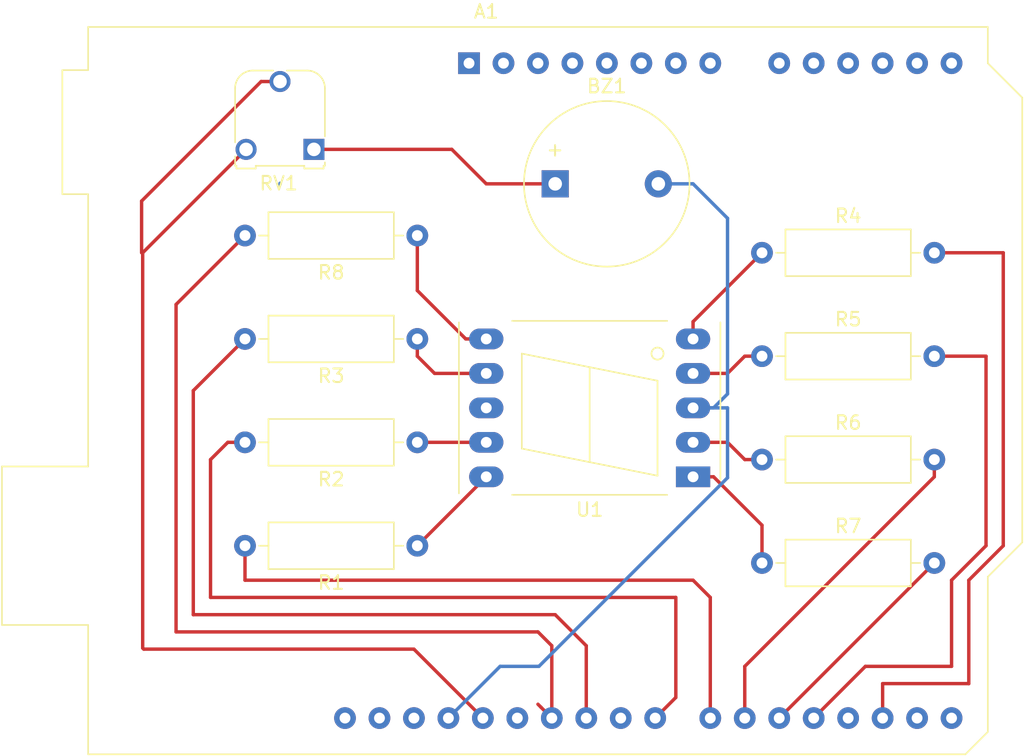
<source format=kicad_pcb>
(kicad_pcb (version 20171130) (host pcbnew "(5.1.5)-3")

  (general
    (thickness 1.6)
    (drawings 0)
    (tracks 79)
    (zones 0)
    (modules 12)
    (nets 43)
  )

  (page A4)
  (title_block
    (date "lun. 30 mars 2015")
  )

  (layers
    (0 F.Cu signal)
    (31 B.Cu signal)
    (32 B.Adhes user)
    (33 F.Adhes user)
    (34 B.Paste user)
    (35 F.Paste user)
    (36 B.SilkS user)
    (37 F.SilkS user)
    (38 B.Mask user)
    (39 F.Mask user)
    (40 Dwgs.User user)
    (41 Cmts.User user)
    (42 Eco1.User user)
    (43 Eco2.User user)
    (44 Edge.Cuts user)
    (45 Margin user)
    (46 B.CrtYd user)
    (47 F.CrtYd user)
    (48 B.Fab user)
    (49 F.Fab user)
  )

  (setup
    (last_trace_width 0.25)
    (trace_clearance 0.2)
    (zone_clearance 0.508)
    (zone_45_only no)
    (trace_min 0.2)
    (via_size 0.6)
    (via_drill 0.4)
    (via_min_size 0.4)
    (via_min_drill 0.3)
    (uvia_size 0.3)
    (uvia_drill 0.1)
    (uvias_allowed no)
    (uvia_min_size 0.2)
    (uvia_min_drill 0.1)
    (edge_width 0.15)
    (segment_width 0.15)
    (pcb_text_width 0.3)
    (pcb_text_size 1.5 1.5)
    (mod_edge_width 0.15)
    (mod_text_size 1 1)
    (mod_text_width 0.15)
    (pad_size 4.064 4.064)
    (pad_drill 3.048)
    (pad_to_mask_clearance 0)
    (aux_axis_origin 110.998 126.365)
    (grid_origin 110.998 126.365)
    (visible_elements 7FFFFFFF)
    (pcbplotparams
      (layerselection 0x00030_80000001)
      (usegerberextensions false)
      (usegerberattributes false)
      (usegerberadvancedattributes false)
      (creategerberjobfile false)
      (excludeedgelayer true)
      (linewidth 0.100000)
      (plotframeref false)
      (viasonmask false)
      (mode 1)
      (useauxorigin false)
      (hpglpennumber 1)
      (hpglpenspeed 20)
      (hpglpendiameter 15.000000)
      (psnegative false)
      (psa4output false)
      (plotreference true)
      (plotvalue true)
      (plotinvisibletext false)
      (padsonsilk false)
      (subtractmaskfromsilk false)
      (outputformat 1)
      (mirror false)
      (drillshape 1)
      (scaleselection 1)
      (outputdirectory ""))
  )

  (net 0 "")
  (net 1 GND)
  (net 2 "Net-(A1-Pad16)")
  (net 3 "Net-(A1-Pad15)")
  (net 4 "Net-(A1-Pad30)")
  (net 5 "Net-(A1-Pad14)")
  (net 6 "Net-(A1-Pad13)")
  (net 7 "Net-(A1-Pad28)")
  (net 8 "Net-(A1-Pad12)")
  (net 9 "Net-(A1-Pad27)")
  (net 10 "Net-(A1-Pad11)")
  (net 11 "Net-(A1-Pad26)")
  (net 12 "Net-(A1-Pad10)")
  (net 13 "Net-(A1-Pad25)")
  (net 14 "Net-(A1-Pad9)")
  (net 15 "Net-(A1-Pad24)")
  (net 16 "Net-(A1-Pad8)")
  (net 17 "Net-(A1-Pad23)")
  (net 18 "Net-(A1-Pad7)")
  (net 19 "Net-(A1-Pad22)")
  (net 20 "Net-(A1-Pad6)")
  (net 21 "Net-(A1-Pad21)")
  (net 22 "Net-(A1-Pad5)")
  (net 23 "Net-(A1-Pad20)")
  (net 24 "Net-(A1-Pad4)")
  (net 25 "Net-(A1-Pad19)")
  (net 26 "Net-(A1-Pad3)")
  (net 27 "Net-(A1-Pad18)")
  (net 28 "Net-(A1-Pad2)")
  (net 29 "Net-(A1-Pad17)")
  (net 30 "Net-(A1-Pad1)")
  (net 31 "Net-(A1-Pad31)")
  (net 32 "Net-(A1-Pad32)")
  (net 33 "Net-(BZ1-Pad1)")
  (net 34 "Net-(R1-Pad1)")
  (net 35 "Net-(R2-Pad1)")
  (net 36 "Net-(R3-Pad1)")
  (net 37 "Net-(R4-Pad1)")
  (net 38 "Net-(R5-Pad1)")
  (net 39 "Net-(R6-Pad1)")
  (net 40 "Net-(R7-Pad1)")
  (net 41 "Net-(R8-Pad1)")
  (net 42 "Net-(U1-Pad8)")

  (net_class Default "This is the default net class."
    (clearance 0.2)
    (trace_width 0.25)
    (via_dia 0.6)
    (via_drill 0.4)
    (uvia_dia 0.3)
    (uvia_drill 0.1)
    (add_net GND)
    (add_net "Net-(A1-Pad1)")
    (add_net "Net-(A1-Pad10)")
    (add_net "Net-(A1-Pad11)")
    (add_net "Net-(A1-Pad12)")
    (add_net "Net-(A1-Pad13)")
    (add_net "Net-(A1-Pad14)")
    (add_net "Net-(A1-Pad15)")
    (add_net "Net-(A1-Pad16)")
    (add_net "Net-(A1-Pad17)")
    (add_net "Net-(A1-Pad18)")
    (add_net "Net-(A1-Pad19)")
    (add_net "Net-(A1-Pad2)")
    (add_net "Net-(A1-Pad20)")
    (add_net "Net-(A1-Pad21)")
    (add_net "Net-(A1-Pad22)")
    (add_net "Net-(A1-Pad23)")
    (add_net "Net-(A1-Pad24)")
    (add_net "Net-(A1-Pad25)")
    (add_net "Net-(A1-Pad26)")
    (add_net "Net-(A1-Pad27)")
    (add_net "Net-(A1-Pad28)")
    (add_net "Net-(A1-Pad3)")
    (add_net "Net-(A1-Pad30)")
    (add_net "Net-(A1-Pad31)")
    (add_net "Net-(A1-Pad32)")
    (add_net "Net-(A1-Pad4)")
    (add_net "Net-(A1-Pad5)")
    (add_net "Net-(A1-Pad6)")
    (add_net "Net-(A1-Pad7)")
    (add_net "Net-(A1-Pad8)")
    (add_net "Net-(A1-Pad9)")
    (add_net "Net-(BZ1-Pad1)")
    (add_net "Net-(R1-Pad1)")
    (add_net "Net-(R2-Pad1)")
    (add_net "Net-(R3-Pad1)")
    (add_net "Net-(R4-Pad1)")
    (add_net "Net-(R5-Pad1)")
    (add_net "Net-(R6-Pad1)")
    (add_net "Net-(R7-Pad1)")
    (add_net "Net-(R8-Pad1)")
    (add_net "Net-(U1-Pad8)")
  )

  (module Module:Arduino_UNO_R3 (layer F.Cu) (tedit 58AB60FC) (tstamp 5ED97619)
    (at 138.938 75.565)
    (descr "Arduino UNO R3, http://www.mouser.com/pdfdocs/Gravitech_Arduino_Nano3_0.pdf")
    (tags "Arduino UNO R3")
    (path /5E8A2A98)
    (fp_text reference A1 (at 1.27 -3.81 180) (layer F.SilkS)
      (effects (font (size 1 1) (thickness 0.15)))
    )
    (fp_text value Arduino_UNO_R3 (at 0 22.86) (layer F.Fab)
      (effects (font (size 1 1) (thickness 0.15)))
    )
    (fp_line (start -27.94 -2.54) (end 38.1 -2.54) (layer F.Fab) (width 0.1))
    (fp_line (start -27.94 50.8) (end -27.94 -2.54) (layer F.Fab) (width 0.1))
    (fp_line (start 36.58 50.8) (end -27.94 50.8) (layer F.Fab) (width 0.1))
    (fp_line (start 38.1 49.28) (end 36.58 50.8) (layer F.Fab) (width 0.1))
    (fp_line (start 38.1 0) (end 40.64 2.54) (layer F.Fab) (width 0.1))
    (fp_line (start 38.1 -2.54) (end 38.1 0) (layer F.Fab) (width 0.1))
    (fp_line (start 40.64 35.31) (end 38.1 37.85) (layer F.Fab) (width 0.1))
    (fp_line (start 40.64 2.54) (end 40.64 35.31) (layer F.Fab) (width 0.1))
    (fp_line (start 38.1 37.85) (end 38.1 49.28) (layer F.Fab) (width 0.1))
    (fp_line (start -29.84 9.53) (end -29.84 0.64) (layer F.Fab) (width 0.1))
    (fp_line (start -16.51 9.53) (end -29.84 9.53) (layer F.Fab) (width 0.1))
    (fp_line (start -16.51 0.64) (end -16.51 9.53) (layer F.Fab) (width 0.1))
    (fp_line (start -29.84 0.64) (end -16.51 0.64) (layer F.Fab) (width 0.1))
    (fp_line (start -34.29 41.27) (end -34.29 29.84) (layer F.Fab) (width 0.1))
    (fp_line (start -18.41 41.27) (end -34.29 41.27) (layer F.Fab) (width 0.1))
    (fp_line (start -18.41 29.84) (end -18.41 41.27) (layer F.Fab) (width 0.1))
    (fp_line (start -34.29 29.84) (end -18.41 29.84) (layer F.Fab) (width 0.1))
    (fp_line (start 38.23 37.85) (end 40.77 35.31) (layer F.SilkS) (width 0.12))
    (fp_line (start 38.23 49.28) (end 38.23 37.85) (layer F.SilkS) (width 0.12))
    (fp_line (start 36.58 50.93) (end 38.23 49.28) (layer F.SilkS) (width 0.12))
    (fp_line (start -28.07 50.93) (end 36.58 50.93) (layer F.SilkS) (width 0.12))
    (fp_line (start -28.07 41.4) (end -28.07 50.93) (layer F.SilkS) (width 0.12))
    (fp_line (start -34.42 41.4) (end -28.07 41.4) (layer F.SilkS) (width 0.12))
    (fp_line (start -34.42 29.72) (end -34.42 41.4) (layer F.SilkS) (width 0.12))
    (fp_line (start -28.07 29.72) (end -34.42 29.72) (layer F.SilkS) (width 0.12))
    (fp_line (start -28.07 9.65) (end -28.07 29.72) (layer F.SilkS) (width 0.12))
    (fp_line (start -29.97 9.65) (end -28.07 9.65) (layer F.SilkS) (width 0.12))
    (fp_line (start -29.97 0.51) (end -29.97 9.65) (layer F.SilkS) (width 0.12))
    (fp_line (start -28.07 0.51) (end -29.97 0.51) (layer F.SilkS) (width 0.12))
    (fp_line (start -28.07 -2.67) (end -28.07 0.51) (layer F.SilkS) (width 0.12))
    (fp_line (start 38.23 -2.67) (end -28.07 -2.67) (layer F.SilkS) (width 0.12))
    (fp_line (start 38.23 0) (end 38.23 -2.67) (layer F.SilkS) (width 0.12))
    (fp_line (start 40.77 2.54) (end 38.23 0) (layer F.SilkS) (width 0.12))
    (fp_line (start 40.77 35.31) (end 40.77 2.54) (layer F.SilkS) (width 0.12))
    (fp_line (start -28.19 -2.79) (end 38.35 -2.79) (layer F.CrtYd) (width 0.05))
    (fp_line (start -28.19 0.38) (end -28.19 -2.79) (layer F.CrtYd) (width 0.05))
    (fp_line (start -30.1 0.38) (end -28.19 0.38) (layer F.CrtYd) (width 0.05))
    (fp_line (start -30.1 9.78) (end -30.1 0.38) (layer F.CrtYd) (width 0.05))
    (fp_line (start -28.19 9.78) (end -30.1 9.78) (layer F.CrtYd) (width 0.05))
    (fp_line (start -28.19 29.59) (end -28.19 9.78) (layer F.CrtYd) (width 0.05))
    (fp_line (start -34.54 29.59) (end -28.19 29.59) (layer F.CrtYd) (width 0.05))
    (fp_line (start -34.54 41.53) (end -34.54 29.59) (layer F.CrtYd) (width 0.05))
    (fp_line (start -28.19 41.53) (end -34.54 41.53) (layer F.CrtYd) (width 0.05))
    (fp_line (start -28.19 51.05) (end -28.19 41.53) (layer F.CrtYd) (width 0.05))
    (fp_line (start 36.58 51.05) (end -28.19 51.05) (layer F.CrtYd) (width 0.05))
    (fp_line (start 38.35 49.28) (end 36.58 51.05) (layer F.CrtYd) (width 0.05))
    (fp_line (start 38.35 37.85) (end 38.35 49.28) (layer F.CrtYd) (width 0.05))
    (fp_line (start 40.89 35.31) (end 38.35 37.85) (layer F.CrtYd) (width 0.05))
    (fp_line (start 40.89 2.54) (end 40.89 35.31) (layer F.CrtYd) (width 0.05))
    (fp_line (start 38.35 0) (end 40.89 2.54) (layer F.CrtYd) (width 0.05))
    (fp_line (start 38.35 -2.79) (end 38.35 0) (layer F.CrtYd) (width 0.05))
    (fp_text user %R (at 0 20.32 180) (layer F.Fab)
      (effects (font (size 1 1) (thickness 0.15)))
    )
    (pad 16 thru_hole oval (at 33.02 48.26 90) (size 1.6 1.6) (drill 0.8) (layers *.Cu *.Mask)
      (net 2 "Net-(A1-Pad16)"))
    (pad 15 thru_hole oval (at 35.56 48.26 90) (size 1.6 1.6) (drill 0.8) (layers *.Cu *.Mask)
      (net 3 "Net-(A1-Pad15)"))
    (pad 30 thru_hole oval (at -4.06 48.26 90) (size 1.6 1.6) (drill 0.8) (layers *.Cu *.Mask)
      (net 4 "Net-(A1-Pad30)"))
    (pad 14 thru_hole oval (at 35.56 0 90) (size 1.6 1.6) (drill 0.8) (layers *.Cu *.Mask)
      (net 5 "Net-(A1-Pad14)"))
    (pad 29 thru_hole oval (at -1.52 48.26 90) (size 1.6 1.6) (drill 0.8) (layers *.Cu *.Mask)
      (net 1 GND))
    (pad 13 thru_hole oval (at 33.02 0 90) (size 1.6 1.6) (drill 0.8) (layers *.Cu *.Mask)
      (net 6 "Net-(A1-Pad13)"))
    (pad 28 thru_hole oval (at 1.02 48.26 90) (size 1.6 1.6) (drill 0.8) (layers *.Cu *.Mask)
      (net 7 "Net-(A1-Pad28)"))
    (pad 12 thru_hole oval (at 30.48 0 90) (size 1.6 1.6) (drill 0.8) (layers *.Cu *.Mask)
      (net 8 "Net-(A1-Pad12)"))
    (pad 27 thru_hole oval (at 3.56 48.26 90) (size 1.6 1.6) (drill 0.8) (layers *.Cu *.Mask)
      (net 9 "Net-(A1-Pad27)"))
    (pad 11 thru_hole oval (at 27.94 0 90) (size 1.6 1.6) (drill 0.8) (layers *.Cu *.Mask)
      (net 10 "Net-(A1-Pad11)"))
    (pad 26 thru_hole oval (at 6.1 48.26 90) (size 1.6 1.6) (drill 0.8) (layers *.Cu *.Mask)
      (net 11 "Net-(A1-Pad26)"))
    (pad 10 thru_hole oval (at 25.4 0 90) (size 1.6 1.6) (drill 0.8) (layers *.Cu *.Mask)
      (net 12 "Net-(A1-Pad10)"))
    (pad 25 thru_hole oval (at 8.64 48.26 90) (size 1.6 1.6) (drill 0.8) (layers *.Cu *.Mask)
      (net 13 "Net-(A1-Pad25)"))
    (pad 9 thru_hole oval (at 22.86 0 90) (size 1.6 1.6) (drill 0.8) (layers *.Cu *.Mask)
      (net 14 "Net-(A1-Pad9)"))
    (pad 24 thru_hole oval (at 11.18 48.26 90) (size 1.6 1.6) (drill 0.8) (layers *.Cu *.Mask)
      (net 15 "Net-(A1-Pad24)"))
    (pad 8 thru_hole oval (at 17.78 0 90) (size 1.6 1.6) (drill 0.8) (layers *.Cu *.Mask)
      (net 16 "Net-(A1-Pad8)"))
    (pad 23 thru_hole oval (at 13.72 48.26 90) (size 1.6 1.6) (drill 0.8) (layers *.Cu *.Mask)
      (net 17 "Net-(A1-Pad23)"))
    (pad 7 thru_hole oval (at 15.24 0 90) (size 1.6 1.6) (drill 0.8) (layers *.Cu *.Mask)
      (net 18 "Net-(A1-Pad7)"))
    (pad 22 thru_hole oval (at 17.78 48.26 90) (size 1.6 1.6) (drill 0.8) (layers *.Cu *.Mask)
      (net 19 "Net-(A1-Pad22)"))
    (pad 6 thru_hole oval (at 12.7 0 90) (size 1.6 1.6) (drill 0.8) (layers *.Cu *.Mask)
      (net 20 "Net-(A1-Pad6)"))
    (pad 21 thru_hole oval (at 20.32 48.26 90) (size 1.6 1.6) (drill 0.8) (layers *.Cu *.Mask)
      (net 21 "Net-(A1-Pad21)"))
    (pad 5 thru_hole oval (at 10.16 0 90) (size 1.6 1.6) (drill 0.8) (layers *.Cu *.Mask)
      (net 22 "Net-(A1-Pad5)"))
    (pad 20 thru_hole oval (at 22.86 48.26 90) (size 1.6 1.6) (drill 0.8) (layers *.Cu *.Mask)
      (net 23 "Net-(A1-Pad20)"))
    (pad 4 thru_hole oval (at 7.62 0 90) (size 1.6 1.6) (drill 0.8) (layers *.Cu *.Mask)
      (net 24 "Net-(A1-Pad4)"))
    (pad 19 thru_hole oval (at 25.4 48.26 90) (size 1.6 1.6) (drill 0.8) (layers *.Cu *.Mask)
      (net 25 "Net-(A1-Pad19)"))
    (pad 3 thru_hole oval (at 5.08 0 90) (size 1.6 1.6) (drill 0.8) (layers *.Cu *.Mask)
      (net 26 "Net-(A1-Pad3)"))
    (pad 18 thru_hole oval (at 27.94 48.26 90) (size 1.6 1.6) (drill 0.8) (layers *.Cu *.Mask)
      (net 27 "Net-(A1-Pad18)"))
    (pad 2 thru_hole oval (at 2.54 0 90) (size 1.6 1.6) (drill 0.8) (layers *.Cu *.Mask)
      (net 28 "Net-(A1-Pad2)"))
    (pad 17 thru_hole oval (at 30.48 48.26 90) (size 1.6 1.6) (drill 0.8) (layers *.Cu *.Mask)
      (net 29 "Net-(A1-Pad17)"))
    (pad 1 thru_hole rect (at 0 0 90) (size 1.6 1.6) (drill 0.8) (layers *.Cu *.Mask)
      (net 30 "Net-(A1-Pad1)"))
    (pad 31 thru_hole oval (at -6.6 48.26 90) (size 1.6 1.6) (drill 0.8) (layers *.Cu *.Mask)
      (net 31 "Net-(A1-Pad31)"))
    (pad 32 thru_hole oval (at -9.14 48.26 90) (size 1.6 1.6) (drill 0.8) (layers *.Cu *.Mask)
      (net 32 "Net-(A1-Pad32)"))
    (model ${KISYS3DMOD}/Module.3dshapes/Arduino_UNO_R3.wrl
      (at (xyz 0 0 0))
      (scale (xyz 1 1 1))
      (rotate (xyz 0 0 0))
    )
  )

  (module Buzzer_Beeper:Buzzer_12x9.5RM7.6 (layer F.Cu) (tedit 5A030281) (tstamp 5EDBEFFA)
    (at 145.288 84.455)
    (descr "Generic Buzzer, D12mm height 9.5mm with RM7.6mm")
    (tags buzzer)
    (path /5E8A2230)
    (fp_text reference BZ1 (at 3.8 -7.2) (layer F.SilkS)
      (effects (font (size 1 1) (thickness 0.15)))
    )
    (fp_text value Buzzer (at 3.8 7.4) (layer F.Fab)
      (effects (font (size 1 1) (thickness 0.15)))
    )
    (fp_circle (center 3.8 0) (end 9.9 0) (layer F.SilkS) (width 0.12))
    (fp_circle (center 3.8 0) (end 4.8 0) (layer F.Fab) (width 0.1))
    (fp_circle (center 3.8 0) (end 9.8 0) (layer F.Fab) (width 0.1))
    (fp_circle (center 3.8 0) (end 10.05 0) (layer F.CrtYd) (width 0.05))
    (fp_text user %R (at 3.8 -4) (layer F.Fab)
      (effects (font (size 1 1) (thickness 0.15)))
    )
    (fp_text user + (at -0.01 -2.54) (layer F.SilkS)
      (effects (font (size 1 1) (thickness 0.15)))
    )
    (fp_text user + (at -0.01 -2.54) (layer F.Fab)
      (effects (font (size 1 1) (thickness 0.15)))
    )
    (pad 2 thru_hole circle (at 7.6 0) (size 2 2) (drill 1) (layers *.Cu *.Mask)
      (net 1 GND))
    (pad 1 thru_hole rect (at 0 0) (size 2 2) (drill 1) (layers *.Cu *.Mask)
      (net 33 "Net-(BZ1-Pad1)"))
    (model ${KISYS3DMOD}/Buzzer_Beeper.3dshapes/Buzzer_12x9.5RM7.6.wrl
      (at (xyz 0 0 0))
      (scale (xyz 1 1 1))
      (rotate (xyz 0 0 0))
    )
  )

  (module Display_7Segment:7SegmentLED_LTS6760_LTS6780 (layer F.Cu) (tedit 5D86971C) (tstamp 5EDBF1B8)
    (at 155.448 106.045 180)
    (descr "7-Segment Display, LTS67x0, http://optoelectronics.liteon.com/upload/download/DS30-2001-355/S6760jd.pdf")
    (tags "7Segment LED LTS6760 LTS6780")
    (path /5E8A0889)
    (fp_text reference U1 (at 7.62 -2.42) (layer F.SilkS)
      (effects (font (size 1 1) (thickness 0.15)))
    )
    (fp_text value SC39-11SRWA (at 7.62 12.58) (layer F.Fab)
      (effects (font (size 1 1) (thickness 0.15)))
    )
    (fp_line (start 1.905 -1.33) (end 13.335 -1.33) (layer F.SilkS) (width 0.12))
    (fp_line (start 1.905 11.49) (end 13.335 11.49) (layer F.SilkS) (width 0.12))
    (fp_line (start -2.015 -0.22) (end -2.015 11.38) (layer F.SilkS) (width 0.12))
    (fp_line (start 17.255 11.38) (end 17.255 -1.22) (layer F.SilkS) (width 0.12))
    (fp_line (start -2.16 -1.47) (end -2.16 11.63) (layer F.CrtYd) (width 0.05))
    (fp_line (start 17.4 -1.47) (end 17.4 11.63) (layer F.CrtYd) (width 0.05))
    (fp_line (start -2.16 -1.47) (end 17.4 -1.47) (layer F.CrtYd) (width 0.05))
    (fp_line (start -2.16 11.63) (end 17.4 11.63) (layer F.CrtYd) (width 0.05))
    (fp_line (start -0.905 -1.22) (end -1.905 -0.22) (layer F.Fab) (width 0.1))
    (fp_line (start 17.145 11.38) (end 17.145 -1.22) (layer F.Fab) (width 0.1))
    (fp_line (start -1.905 -0.22) (end -1.905 11.38) (layer F.Fab) (width 0.1))
    (fp_line (start -1.905 11.38) (end 17.145 11.38) (layer F.Fab) (width 0.1))
    (fp_text user %R (at 7.87 5.08) (layer F.Fab)
      (effects (font (size 1 1) (thickness 0.15)))
    )
    (fp_line (start 12.62 2.08) (end 7.62 1.08) (layer F.SilkS) (width 0.12))
    (fp_line (start 7.62 1.08) (end 2.62 0.08) (layer F.SilkS) (width 0.12))
    (fp_line (start 2.62 0.08) (end 2.62 7.08) (layer F.SilkS) (width 0.12))
    (fp_line (start 2.62 7.08) (end 7.62 8.08) (layer F.SilkS) (width 0.12))
    (fp_line (start 12.62 9.08) (end 7.62 8.08) (layer F.SilkS) (width 0.12))
    (fp_line (start 7.62 8.08) (end 7.62 1.08) (layer F.SilkS) (width 0.12))
    (fp_line (start 12.62 2.08) (end 12.62 9.08) (layer F.SilkS) (width 0.12))
    (fp_circle (center 2.62 9.08) (end 3.067214 9.08) (layer F.SilkS) (width 0.12))
    (fp_line (start -0.905 -1.22) (end 17.145 -1.22) (layer F.Fab) (width 0.1))
    (pad 1 thru_hole rect (at 0 0 90) (size 1.524 2.524) (drill 0.8) (layers *.Cu *.Mask)
      (net 40 "Net-(R7-Pad1)"))
    (pad 2 thru_hole oval (at 0 2.54 90) (size 1.524 2.524) (drill 0.8) (layers *.Cu *.Mask)
      (net 39 "Net-(R6-Pad1)"))
    (pad 3 thru_hole oval (at 0 5.08 90) (size 1.524 2.524) (drill 0.8) (layers *.Cu *.Mask)
      (net 1 GND))
    (pad 4 thru_hole oval (at 0 7.62 90) (size 1.524 2.524) (drill 0.8) (layers *.Cu *.Mask)
      (net 38 "Net-(R5-Pad1)"))
    (pad 5 thru_hole oval (at 0 10.16 90) (size 1.524 2.524) (drill 0.8) (layers *.Cu *.Mask)
      (net 37 "Net-(R4-Pad1)"))
    (pad 6 thru_hole oval (at 15.24 10.16 90) (size 1.524 2.524) (drill 0.8) (layers *.Cu *.Mask)
      (net 41 "Net-(R8-Pad1)"))
    (pad 7 thru_hole oval (at 15.24 7.62 90) (size 1.524 2.524) (drill 0.8) (layers *.Cu *.Mask)
      (net 36 "Net-(R3-Pad1)"))
    (pad 8 thru_hole oval (at 15.24 5.08 90) (size 1.524 2.524) (drill 0.8) (layers *.Cu *.Mask)
      (net 42 "Net-(U1-Pad8)"))
    (pad 9 thru_hole oval (at 15.24 2.54 90) (size 1.524 2.524) (drill 0.8) (layers *.Cu *.Mask)
      (net 35 "Net-(R2-Pad1)"))
    (pad 10 thru_hole oval (at 15.24 0 90) (size 1.524 2.524) (drill 0.8) (layers *.Cu *.Mask)
      (net 34 "Net-(R1-Pad1)"))
    (model ${KISYS3DMOD}/Display_7Segment.3dshapes/7SegmentLED_LTS6760_LTS6780.wrl
      (at (xyz 0 0 0))
      (scale (xyz 1 1 1))
      (rotate (xyz 0 0 0))
    )
  )

  (module Potentiometer_THT:Potentiometer_Runtron_RM-065_Vertical (layer F.Cu) (tedit 5BF6754C) (tstamp 5EDBEA70)
    (at 127.508 81.915 180)
    (descr "Potentiometer, vertical, Trimmer, RM-065 http://www.runtron.com/down/PDF%20Datasheet/Carbon%20Film%20Potentiometer/RM065%20RM063.pdf")
    (tags "Potentiometer Trimmer RM-065")
    (path /5E8A2359)
    (fp_text reference RV1 (at 2.6 -2.5) (layer F.SilkS)
      (effects (font (size 1 1) (thickness 0.15)))
    )
    (fp_text value R_POT_TRIM (at 2.6 7.4) (layer F.Fab)
      (effects (font (size 1 1) (thickness 0.15)))
    )
    (fp_line (start -0.71 -1.41) (end 0.71 -1.41) (layer F.SilkS) (width 0.12))
    (fp_line (start 0.71 -1.21) (end 4.29 -1.21) (layer F.SilkS) (width 0.12))
    (fp_line (start 4.29 -1.21) (end 4.29 -1.41) (layer F.SilkS) (width 0.12))
    (fp_line (start 4.29 -1.41) (end 5.71 -1.41) (layer F.SilkS) (width 0.12))
    (fp_line (start 5.71 -1.41) (end 5.71 -1.21) (layer F.SilkS) (width 0.12))
    (fp_line (start 1.99 5.81) (end 0.5 5.81) (layer F.SilkS) (width 0.12))
    (fp_line (start -0.81 4.5) (end -0.81 0.96) (layer F.SilkS) (width 0.12))
    (fp_line (start 5.81 0.52) (end 5.81 4.5) (layer F.SilkS) (width 0.12))
    (fp_line (start 4.5 5.81) (end 3.01 5.81) (layer F.SilkS) (width 0.12))
    (fp_line (start 0.5 5.7) (end 4.5 5.7) (layer F.Fab) (width 0.1))
    (fp_line (start 5.7 4.5) (end 5.7 -1.1) (layer F.Fab) (width 0.1))
    (fp_line (start -0.7 4.5) (end -0.7 -1.1) (layer F.Fab) (width 0.1))
    (fp_line (start -0.6 -1.1) (end -0.6 -1.3) (layer F.Fab) (width 0.1))
    (fp_line (start -0.6 -1.3) (end 0.6 -1.3) (layer F.Fab) (width 0.1))
    (fp_line (start 0.6 -1.3) (end 0.6 -1.1) (layer F.Fab) (width 0.1))
    (fp_line (start 5.6 -1.1) (end 5.6 -1.3) (layer F.Fab) (width 0.1))
    (fp_line (start 5.6 -1.3) (end 4.41 -1.3) (layer F.Fab) (width 0.1))
    (fp_line (start 4.4 -1.3) (end 4.4 -1.1) (layer F.Fab) (width 0.1))
    (fp_line (start 5.7 -1.1) (end -0.7 -1.1) (layer F.Fab) (width 0.1))
    (fp_line (start 6.05 6.03) (end -1.05 6.03) (layer F.CrtYd) (width 0.05))
    (fp_line (start 6.03 6.05) (end 6.03 -1.55) (layer F.CrtYd) (width 0.05))
    (fp_line (start -1.03 -1.55) (end -1.03 6.05) (layer F.CrtYd) (width 0.05))
    (fp_line (start -1.03 -1.55) (end 6.03 -1.55) (layer F.CrtYd) (width 0.05))
    (fp_circle (center 2.5 2.5) (end 5.5 2.5) (layer F.Fab) (width 0.1))
    (fp_text user %R (at 2.5 2.5 180) (layer F.Fab)
      (effects (font (size 1 1) (thickness 0.15)))
    )
    (fp_arc (start 4.5 4.5) (end 4.5 5.7) (angle -90) (layer F.Fab) (width 0.1))
    (fp_arc (start 0.5 4.5) (end -0.7 4.5) (angle -90) (layer F.Fab) (width 0.1))
    (fp_arc (start 0.5 4.5) (end -0.81 4.5) (angle -90) (layer F.SilkS) (width 0.12))
    (fp_arc (start 4.5 4.5) (end 4.5 5.81) (angle -90) (layer F.SilkS) (width 0.12))
    (fp_line (start 0.71 -1.21) (end 0.71 -1.41) (layer F.SilkS) (width 0.12))
    (fp_line (start -0.71 -1.41) (end -0.71 -1.21) (layer F.SilkS) (width 0.12))
    (fp_line (start -0.71 -1.21) (end -0.81 -1.21) (layer F.SilkS) (width 0.12))
    (fp_line (start -0.81 -1.21) (end -0.81 -0.96) (layer F.SilkS) (width 0.12))
    (fp_line (start 5.71 -1.21) (end 5.81 -1.21) (layer F.SilkS) (width 0.12))
    (fp_line (start 5.81 -1.21) (end 5.81 -0.52) (layer F.SilkS) (width 0.12))
    (pad 2 thru_hole circle (at 2.5 5 180) (size 1.55 1.55) (drill 1) (layers *.Cu *.Mask)
      (net 7 "Net-(A1-Pad28)"))
    (pad 1 thru_hole rect (at 0 0 180) (size 1.55 1.55) (drill 1) (layers *.Cu *.Mask)
      (net 33 "Net-(BZ1-Pad1)"))
    (pad 3 thru_hole circle (at 5 0 180) (size 1.55 1.55) (drill 1) (layers *.Cu *.Mask)
      (net 7 "Net-(A1-Pad28)"))
    (model ${KISYS3DMOD}/Potentiometer_THT.3dshapes/Potentiometer_Runtron_RM-065_Vertical.wrl
      (at (xyz 0 0 0))
      (scale (xyz 1 1 1))
      (rotate (xyz 0 0 0))
    )
  )

  (module Resistor_THT:R_Axial_DIN0309_L9.0mm_D3.2mm_P12.70mm_Horizontal (layer F.Cu) (tedit 5AE5139B) (tstamp 5EDBEA1B)
    (at 135.128 88.265 180)
    (descr "Resistor, Axial_DIN0309 series, Axial, Horizontal, pin pitch=12.7mm, 0.5W = 1/2W, length*diameter=9*3.2mm^2, http://cdn-reichelt.de/documents/datenblatt/B400/1_4W%23YAG.pdf")
    (tags "Resistor Axial_DIN0309 series Axial Horizontal pin pitch 12.7mm 0.5W = 1/2W length 9mm diameter 3.2mm")
    (path /5E8A1C48)
    (fp_text reference R8 (at 6.35 -2.72) (layer F.SilkS)
      (effects (font (size 1 1) (thickness 0.15)))
    )
    (fp_text value 1K (at 6.35 2.72) (layer F.Fab)
      (effects (font (size 1 1) (thickness 0.15)))
    )
    (fp_text user %R (at 6.35 0) (layer F.Fab)
      (effects (font (size 1 1) (thickness 0.15)))
    )
    (fp_line (start 13.75 -1.85) (end -1.05 -1.85) (layer F.CrtYd) (width 0.05))
    (fp_line (start 13.75 1.85) (end 13.75 -1.85) (layer F.CrtYd) (width 0.05))
    (fp_line (start -1.05 1.85) (end 13.75 1.85) (layer F.CrtYd) (width 0.05))
    (fp_line (start -1.05 -1.85) (end -1.05 1.85) (layer F.CrtYd) (width 0.05))
    (fp_line (start 11.66 0) (end 10.97 0) (layer F.SilkS) (width 0.12))
    (fp_line (start 1.04 0) (end 1.73 0) (layer F.SilkS) (width 0.12))
    (fp_line (start 10.97 -1.72) (end 1.73 -1.72) (layer F.SilkS) (width 0.12))
    (fp_line (start 10.97 1.72) (end 10.97 -1.72) (layer F.SilkS) (width 0.12))
    (fp_line (start 1.73 1.72) (end 10.97 1.72) (layer F.SilkS) (width 0.12))
    (fp_line (start 1.73 -1.72) (end 1.73 1.72) (layer F.SilkS) (width 0.12))
    (fp_line (start 12.7 0) (end 10.85 0) (layer F.Fab) (width 0.1))
    (fp_line (start 0 0) (end 1.85 0) (layer F.Fab) (width 0.1))
    (fp_line (start 10.85 -1.6) (end 1.85 -1.6) (layer F.Fab) (width 0.1))
    (fp_line (start 10.85 1.6) (end 10.85 -1.6) (layer F.Fab) (width 0.1))
    (fp_line (start 1.85 1.6) (end 10.85 1.6) (layer F.Fab) (width 0.1))
    (fp_line (start 1.85 -1.6) (end 1.85 1.6) (layer F.Fab) (width 0.1))
    (pad 2 thru_hole oval (at 12.7 0 180) (size 1.6 1.6) (drill 0.8) (layers *.Cu *.Mask)
      (net 11 "Net-(A1-Pad26)"))
    (pad 1 thru_hole circle (at 0 0 180) (size 1.6 1.6) (drill 0.8) (layers *.Cu *.Mask)
      (net 41 "Net-(R8-Pad1)"))
    (model ${KISYS3DMOD}/Resistor_THT.3dshapes/R_Axial_DIN0309_L9.0mm_D3.2mm_P12.70mm_Horizontal.wrl
      (at (xyz 0 0 0))
      (scale (xyz 1 1 1))
      (rotate (xyz 0 0 0))
    )
  )

  (module Resistor_THT:R_Axial_DIN0309_L9.0mm_D3.2mm_P12.70mm_Horizontal (layer F.Cu) (tedit 5AE5139B) (tstamp 5EDBE43F)
    (at 160.528 112.395)
    (descr "Resistor, Axial_DIN0309 series, Axial, Horizontal, pin pitch=12.7mm, 0.5W = 1/2W, length*diameter=9*3.2mm^2, http://cdn-reichelt.de/documents/datenblatt/B400/1_4W%23YAG.pdf")
    (tags "Resistor Axial_DIN0309 series Axial Horizontal pin pitch 12.7mm 0.5W = 1/2W length 9mm diameter 3.2mm")
    (path /5ECADC31)
    (fp_text reference R7 (at 6.35 -2.72) (layer F.SilkS)
      (effects (font (size 1 1) (thickness 0.15)))
    )
    (fp_text value 1K (at 6.35 2.72) (layer F.Fab)
      (effects (font (size 1 1) (thickness 0.15)))
    )
    (fp_text user %R (at 6.35 0) (layer F.Fab)
      (effects (font (size 1 1) (thickness 0.15)))
    )
    (fp_line (start 13.75 -1.85) (end -1.05 -1.85) (layer F.CrtYd) (width 0.05))
    (fp_line (start 13.75 1.85) (end 13.75 -1.85) (layer F.CrtYd) (width 0.05))
    (fp_line (start -1.05 1.85) (end 13.75 1.85) (layer F.CrtYd) (width 0.05))
    (fp_line (start -1.05 -1.85) (end -1.05 1.85) (layer F.CrtYd) (width 0.05))
    (fp_line (start 11.66 0) (end 10.97 0) (layer F.SilkS) (width 0.12))
    (fp_line (start 1.04 0) (end 1.73 0) (layer F.SilkS) (width 0.12))
    (fp_line (start 10.97 -1.72) (end 1.73 -1.72) (layer F.SilkS) (width 0.12))
    (fp_line (start 10.97 1.72) (end 10.97 -1.72) (layer F.SilkS) (width 0.12))
    (fp_line (start 1.73 1.72) (end 10.97 1.72) (layer F.SilkS) (width 0.12))
    (fp_line (start 1.73 -1.72) (end 1.73 1.72) (layer F.SilkS) (width 0.12))
    (fp_line (start 12.7 0) (end 10.85 0) (layer F.Fab) (width 0.1))
    (fp_line (start 0 0) (end 1.85 0) (layer F.Fab) (width 0.1))
    (fp_line (start 10.85 -1.6) (end 1.85 -1.6) (layer F.Fab) (width 0.1))
    (fp_line (start 10.85 1.6) (end 10.85 -1.6) (layer F.Fab) (width 0.1))
    (fp_line (start 1.85 1.6) (end 10.85 1.6) (layer F.Fab) (width 0.1))
    (fp_line (start 1.85 -1.6) (end 1.85 1.6) (layer F.Fab) (width 0.1))
    (pad 2 thru_hole oval (at 12.7 0) (size 1.6 1.6) (drill 0.8) (layers *.Cu *.Mask)
      (net 23 "Net-(A1-Pad20)"))
    (pad 1 thru_hole circle (at 0 0) (size 1.6 1.6) (drill 0.8) (layers *.Cu *.Mask)
      (net 40 "Net-(R7-Pad1)"))
    (model ${KISYS3DMOD}/Resistor_THT.3dshapes/R_Axial_DIN0309_L9.0mm_D3.2mm_P12.70mm_Horizontal.wrl
      (at (xyz 0 0 0))
      (scale (xyz 1 1 1))
      (rotate (xyz 0 0 0))
    )
  )

  (module Resistor_THT:R_Axial_DIN0309_L9.0mm_D3.2mm_P12.70mm_Horizontal (layer F.Cu) (tedit 5AE5139B) (tstamp 5EDBF06A)
    (at 160.528 104.775)
    (descr "Resistor, Axial_DIN0309 series, Axial, Horizontal, pin pitch=12.7mm, 0.5W = 1/2W, length*diameter=9*3.2mm^2, http://cdn-reichelt.de/documents/datenblatt/B400/1_4W%23YAG.pdf")
    (tags "Resistor Axial_DIN0309 series Axial Horizontal pin pitch 12.7mm 0.5W = 1/2W length 9mm diameter 3.2mm")
    (path /5ECAE2EE)
    (fp_text reference R6 (at 6.35 -2.72) (layer F.SilkS)
      (effects (font (size 1 1) (thickness 0.15)))
    )
    (fp_text value 1K (at 6.35 2.72) (layer F.Fab)
      (effects (font (size 1 1) (thickness 0.15)))
    )
    (fp_text user %R (at 6.35 0) (layer F.Fab)
      (effects (font (size 1 1) (thickness 0.15)))
    )
    (fp_line (start 13.75 -1.85) (end -1.05 -1.85) (layer F.CrtYd) (width 0.05))
    (fp_line (start 13.75 1.85) (end 13.75 -1.85) (layer F.CrtYd) (width 0.05))
    (fp_line (start -1.05 1.85) (end 13.75 1.85) (layer F.CrtYd) (width 0.05))
    (fp_line (start -1.05 -1.85) (end -1.05 1.85) (layer F.CrtYd) (width 0.05))
    (fp_line (start 11.66 0) (end 10.97 0) (layer F.SilkS) (width 0.12))
    (fp_line (start 1.04 0) (end 1.73 0) (layer F.SilkS) (width 0.12))
    (fp_line (start 10.97 -1.72) (end 1.73 -1.72) (layer F.SilkS) (width 0.12))
    (fp_line (start 10.97 1.72) (end 10.97 -1.72) (layer F.SilkS) (width 0.12))
    (fp_line (start 1.73 1.72) (end 10.97 1.72) (layer F.SilkS) (width 0.12))
    (fp_line (start 1.73 -1.72) (end 1.73 1.72) (layer F.SilkS) (width 0.12))
    (fp_line (start 12.7 0) (end 10.85 0) (layer F.Fab) (width 0.1))
    (fp_line (start 0 0) (end 1.85 0) (layer F.Fab) (width 0.1))
    (fp_line (start 10.85 -1.6) (end 1.85 -1.6) (layer F.Fab) (width 0.1))
    (fp_line (start 10.85 1.6) (end 10.85 -1.6) (layer F.Fab) (width 0.1))
    (fp_line (start 1.85 1.6) (end 10.85 1.6) (layer F.Fab) (width 0.1))
    (fp_line (start 1.85 -1.6) (end 1.85 1.6) (layer F.Fab) (width 0.1))
    (pad 2 thru_hole oval (at 12.7 0) (size 1.6 1.6) (drill 0.8) (layers *.Cu *.Mask)
      (net 21 "Net-(A1-Pad21)"))
    (pad 1 thru_hole circle (at 0 0) (size 1.6 1.6) (drill 0.8) (layers *.Cu *.Mask)
      (net 39 "Net-(R6-Pad1)"))
    (model ${KISYS3DMOD}/Resistor_THT.3dshapes/R_Axial_DIN0309_L9.0mm_D3.2mm_P12.70mm_Horizontal.wrl
      (at (xyz 0 0 0))
      (scale (xyz 1 1 1))
      (rotate (xyz 0 0 0))
    )
  )

  (module Resistor_THT:R_Axial_DIN0309_L9.0mm_D3.2mm_P12.70mm_Horizontal (layer F.Cu) (tedit 5AE5139B) (tstamp 5EDBF0AC)
    (at 160.528 97.155)
    (descr "Resistor, Axial_DIN0309 series, Axial, Horizontal, pin pitch=12.7mm, 0.5W = 1/2W, length*diameter=9*3.2mm^2, http://cdn-reichelt.de/documents/datenblatt/B400/1_4W%23YAG.pdf")
    (tags "Resistor Axial_DIN0309 series Axial Horizontal pin pitch 12.7mm 0.5W = 1/2W length 9mm diameter 3.2mm")
    (path /5ECAE473)
    (fp_text reference R5 (at 6.35 -2.72) (layer F.SilkS)
      (effects (font (size 1 1) (thickness 0.15)))
    )
    (fp_text value 1K (at 6.35 2.72) (layer F.Fab)
      (effects (font (size 1 1) (thickness 0.15)))
    )
    (fp_line (start 1.85 -1.6) (end 1.85 1.6) (layer F.Fab) (width 0.1))
    (fp_line (start 1.85 1.6) (end 10.85 1.6) (layer F.Fab) (width 0.1))
    (fp_line (start 10.85 1.6) (end 10.85 -1.6) (layer F.Fab) (width 0.1))
    (fp_line (start 10.85 -1.6) (end 1.85 -1.6) (layer F.Fab) (width 0.1))
    (fp_line (start 0 0) (end 1.85 0) (layer F.Fab) (width 0.1))
    (fp_line (start 12.7 0) (end 10.85 0) (layer F.Fab) (width 0.1))
    (fp_line (start 1.73 -1.72) (end 1.73 1.72) (layer F.SilkS) (width 0.12))
    (fp_line (start 1.73 1.72) (end 10.97 1.72) (layer F.SilkS) (width 0.12))
    (fp_line (start 10.97 1.72) (end 10.97 -1.72) (layer F.SilkS) (width 0.12))
    (fp_line (start 10.97 -1.72) (end 1.73 -1.72) (layer F.SilkS) (width 0.12))
    (fp_line (start 1.04 0) (end 1.73 0) (layer F.SilkS) (width 0.12))
    (fp_line (start 11.66 0) (end 10.97 0) (layer F.SilkS) (width 0.12))
    (fp_line (start -1.05 -1.85) (end -1.05 1.85) (layer F.CrtYd) (width 0.05))
    (fp_line (start -1.05 1.85) (end 13.75 1.85) (layer F.CrtYd) (width 0.05))
    (fp_line (start 13.75 1.85) (end 13.75 -1.85) (layer F.CrtYd) (width 0.05))
    (fp_line (start 13.75 -1.85) (end -1.05 -1.85) (layer F.CrtYd) (width 0.05))
    (fp_text user %R (at 6.35 0) (layer F.Fab)
      (effects (font (size 1 1) (thickness 0.15)))
    )
    (pad 1 thru_hole circle (at 0 0) (size 1.6 1.6) (drill 0.8) (layers *.Cu *.Mask)
      (net 38 "Net-(R5-Pad1)"))
    (pad 2 thru_hole oval (at 12.7 0) (size 1.6 1.6) (drill 0.8) (layers *.Cu *.Mask)
      (net 25 "Net-(A1-Pad19)"))
    (model ${KISYS3DMOD}/Resistor_THT.3dshapes/R_Axial_DIN0309_L9.0mm_D3.2mm_P12.70mm_Horizontal.wrl
      (at (xyz 0 0 0))
      (scale (xyz 1 1 1))
      (rotate (xyz 0 0 0))
    )
  )

  (module Resistor_THT:R_Axial_DIN0309_L9.0mm_D3.2mm_P12.70mm_Horizontal (layer F.Cu) (tedit 5AE5139B) (tstamp 5EDBF028)
    (at 160.528 89.535)
    (descr "Resistor, Axial_DIN0309 series, Axial, Horizontal, pin pitch=12.7mm, 0.5W = 1/2W, length*diameter=9*3.2mm^2, http://cdn-reichelt.de/documents/datenblatt/B400/1_4W%23YAG.pdf")
    (tags "Resistor Axial_DIN0309 series Axial Horizontal pin pitch 12.7mm 0.5W = 1/2W length 9mm diameter 3.2mm")
    (path /5ECAE650)
    (fp_text reference R4 (at 6.35 -2.72) (layer F.SilkS)
      (effects (font (size 1 1) (thickness 0.15)))
    )
    (fp_text value 1K (at 6.35 2.72) (layer F.Fab)
      (effects (font (size 1 1) (thickness 0.15)))
    )
    (fp_text user %R (at 6.35 0) (layer F.Fab)
      (effects (font (size 1 1) (thickness 0.15)))
    )
    (fp_line (start 13.75 -1.85) (end -1.05 -1.85) (layer F.CrtYd) (width 0.05))
    (fp_line (start 13.75 1.85) (end 13.75 -1.85) (layer F.CrtYd) (width 0.05))
    (fp_line (start -1.05 1.85) (end 13.75 1.85) (layer F.CrtYd) (width 0.05))
    (fp_line (start -1.05 -1.85) (end -1.05 1.85) (layer F.CrtYd) (width 0.05))
    (fp_line (start 11.66 0) (end 10.97 0) (layer F.SilkS) (width 0.12))
    (fp_line (start 1.04 0) (end 1.73 0) (layer F.SilkS) (width 0.12))
    (fp_line (start 10.97 -1.72) (end 1.73 -1.72) (layer F.SilkS) (width 0.12))
    (fp_line (start 10.97 1.72) (end 10.97 -1.72) (layer F.SilkS) (width 0.12))
    (fp_line (start 1.73 1.72) (end 10.97 1.72) (layer F.SilkS) (width 0.12))
    (fp_line (start 1.73 -1.72) (end 1.73 1.72) (layer F.SilkS) (width 0.12))
    (fp_line (start 12.7 0) (end 10.85 0) (layer F.Fab) (width 0.1))
    (fp_line (start 0 0) (end 1.85 0) (layer F.Fab) (width 0.1))
    (fp_line (start 10.85 -1.6) (end 1.85 -1.6) (layer F.Fab) (width 0.1))
    (fp_line (start 10.85 1.6) (end 10.85 -1.6) (layer F.Fab) (width 0.1))
    (fp_line (start 1.85 1.6) (end 10.85 1.6) (layer F.Fab) (width 0.1))
    (fp_line (start 1.85 -1.6) (end 1.85 1.6) (layer F.Fab) (width 0.1))
    (pad 2 thru_hole oval (at 12.7 0) (size 1.6 1.6) (drill 0.8) (layers *.Cu *.Mask)
      (net 29 "Net-(A1-Pad17)"))
    (pad 1 thru_hole circle (at 0 0) (size 1.6 1.6) (drill 0.8) (layers *.Cu *.Mask)
      (net 37 "Net-(R4-Pad1)"))
    (model ${KISYS3DMOD}/Resistor_THT.3dshapes/R_Axial_DIN0309_L9.0mm_D3.2mm_P12.70mm_Horizontal.wrl
      (at (xyz 0 0 0))
      (scale (xyz 1 1 1))
      (rotate (xyz 0 0 0))
    )
  )

  (module Resistor_THT:R_Axial_DIN0309_L9.0mm_D3.2mm_P12.70mm_Horizontal (layer F.Cu) (tedit 5AE5139B) (tstamp 5EDBE955)
    (at 135.128 95.885 180)
    (descr "Resistor, Axial_DIN0309 series, Axial, Horizontal, pin pitch=12.7mm, 0.5W = 1/2W, length*diameter=9*3.2mm^2, http://cdn-reichelt.de/documents/datenblatt/B400/1_4W%23YAG.pdf")
    (tags "Resistor Axial_DIN0309 series Axial Horizontal pin pitch 12.7mm 0.5W = 1/2W length 9mm diameter 3.2mm")
    (path /5ECAE844)
    (fp_text reference R3 (at 6.35 -2.72) (layer F.SilkS)
      (effects (font (size 1 1) (thickness 0.15)))
    )
    (fp_text value 1K (at 6.35 2.72) (layer F.Fab)
      (effects (font (size 1 1) (thickness 0.15)))
    )
    (fp_text user %R (at 6.35 0) (layer F.Fab)
      (effects (font (size 1 1) (thickness 0.15)))
    )
    (fp_line (start 13.75 -1.85) (end -1.05 -1.85) (layer F.CrtYd) (width 0.05))
    (fp_line (start 13.75 1.85) (end 13.75 -1.85) (layer F.CrtYd) (width 0.05))
    (fp_line (start -1.05 1.85) (end 13.75 1.85) (layer F.CrtYd) (width 0.05))
    (fp_line (start -1.05 -1.85) (end -1.05 1.85) (layer F.CrtYd) (width 0.05))
    (fp_line (start 11.66 0) (end 10.97 0) (layer F.SilkS) (width 0.12))
    (fp_line (start 1.04 0) (end 1.73 0) (layer F.SilkS) (width 0.12))
    (fp_line (start 10.97 -1.72) (end 1.73 -1.72) (layer F.SilkS) (width 0.12))
    (fp_line (start 10.97 1.72) (end 10.97 -1.72) (layer F.SilkS) (width 0.12))
    (fp_line (start 1.73 1.72) (end 10.97 1.72) (layer F.SilkS) (width 0.12))
    (fp_line (start 1.73 -1.72) (end 1.73 1.72) (layer F.SilkS) (width 0.12))
    (fp_line (start 12.7 0) (end 10.85 0) (layer F.Fab) (width 0.1))
    (fp_line (start 0 0) (end 1.85 0) (layer F.Fab) (width 0.1))
    (fp_line (start 10.85 -1.6) (end 1.85 -1.6) (layer F.Fab) (width 0.1))
    (fp_line (start 10.85 1.6) (end 10.85 -1.6) (layer F.Fab) (width 0.1))
    (fp_line (start 1.85 1.6) (end 10.85 1.6) (layer F.Fab) (width 0.1))
    (fp_line (start 1.85 -1.6) (end 1.85 1.6) (layer F.Fab) (width 0.1))
    (pad 2 thru_hole oval (at 12.7 0 180) (size 1.6 1.6) (drill 0.8) (layers *.Cu *.Mask)
      (net 13 "Net-(A1-Pad25)"))
    (pad 1 thru_hole circle (at 0 0 180) (size 1.6 1.6) (drill 0.8) (layers *.Cu *.Mask)
      (net 36 "Net-(R3-Pad1)"))
    (model ${KISYS3DMOD}/Resistor_THT.3dshapes/R_Axial_DIN0309_L9.0mm_D3.2mm_P12.70mm_Horizontal.wrl
      (at (xyz 0 0 0))
      (scale (xyz 1 1 1))
      (rotate (xyz 0 0 0))
    )
  )

  (module Resistor_THT:R_Axial_DIN0309_L9.0mm_D3.2mm_P12.70mm_Horizontal (layer F.Cu) (tedit 5AE5139B) (tstamp 5EDBE9D9)
    (at 135.128 103.505 180)
    (descr "Resistor, Axial_DIN0309 series, Axial, Horizontal, pin pitch=12.7mm, 0.5W = 1/2W, length*diameter=9*3.2mm^2, http://cdn-reichelt.de/documents/datenblatt/B400/1_4W%23YAG.pdf")
    (tags "Resistor Axial_DIN0309 series Axial Horizontal pin pitch 12.7mm 0.5W = 1/2W length 9mm diameter 3.2mm")
    (path /5ECAEC2F)
    (fp_text reference R2 (at 6.35 -2.72) (layer F.SilkS)
      (effects (font (size 1 1) (thickness 0.15)))
    )
    (fp_text value 1K (at 6.35 2.72) (layer F.Fab)
      (effects (font (size 1 1) (thickness 0.15)))
    )
    (fp_line (start 1.85 -1.6) (end 1.85 1.6) (layer F.Fab) (width 0.1))
    (fp_line (start 1.85 1.6) (end 10.85 1.6) (layer F.Fab) (width 0.1))
    (fp_line (start 10.85 1.6) (end 10.85 -1.6) (layer F.Fab) (width 0.1))
    (fp_line (start 10.85 -1.6) (end 1.85 -1.6) (layer F.Fab) (width 0.1))
    (fp_line (start 0 0) (end 1.85 0) (layer F.Fab) (width 0.1))
    (fp_line (start 12.7 0) (end 10.85 0) (layer F.Fab) (width 0.1))
    (fp_line (start 1.73 -1.72) (end 1.73 1.72) (layer F.SilkS) (width 0.12))
    (fp_line (start 1.73 1.72) (end 10.97 1.72) (layer F.SilkS) (width 0.12))
    (fp_line (start 10.97 1.72) (end 10.97 -1.72) (layer F.SilkS) (width 0.12))
    (fp_line (start 10.97 -1.72) (end 1.73 -1.72) (layer F.SilkS) (width 0.12))
    (fp_line (start 1.04 0) (end 1.73 0) (layer F.SilkS) (width 0.12))
    (fp_line (start 11.66 0) (end 10.97 0) (layer F.SilkS) (width 0.12))
    (fp_line (start -1.05 -1.85) (end -1.05 1.85) (layer F.CrtYd) (width 0.05))
    (fp_line (start -1.05 1.85) (end 13.75 1.85) (layer F.CrtYd) (width 0.05))
    (fp_line (start 13.75 1.85) (end 13.75 -1.85) (layer F.CrtYd) (width 0.05))
    (fp_line (start 13.75 -1.85) (end -1.05 -1.85) (layer F.CrtYd) (width 0.05))
    (fp_text user %R (at 6.35 0) (layer F.Fab)
      (effects (font (size 1 1) (thickness 0.15)))
    )
    (pad 1 thru_hole circle (at 0 0 180) (size 1.6 1.6) (drill 0.8) (layers *.Cu *.Mask)
      (net 35 "Net-(R2-Pad1)"))
    (pad 2 thru_hole oval (at 12.7 0 180) (size 1.6 1.6) (drill 0.8) (layers *.Cu *.Mask)
      (net 17 "Net-(A1-Pad23)"))
    (model ${KISYS3DMOD}/Resistor_THT.3dshapes/R_Axial_DIN0309_L9.0mm_D3.2mm_P12.70mm_Horizontal.wrl
      (at (xyz 0 0 0))
      (scale (xyz 1 1 1))
      (rotate (xyz 0 0 0))
    )
  )

  (module Resistor_THT:R_Axial_DIN0309_L9.0mm_D3.2mm_P12.70mm_Horizontal (layer F.Cu) (tedit 5AE5139B) (tstamp 5EDBE997)
    (at 135.128 111.125 180)
    (descr "Resistor, Axial_DIN0309 series, Axial, Horizontal, pin pitch=12.7mm, 0.5W = 1/2W, length*diameter=9*3.2mm^2, http://cdn-reichelt.de/documents/datenblatt/B400/1_4W%23YAG.pdf")
    (tags "Resistor Axial_DIN0309 series Axial Horizontal pin pitch 12.7mm 0.5W = 1/2W length 9mm diameter 3.2mm")
    (path /5ECAEFA7)
    (fp_text reference R1 (at 6.35 -2.72) (layer F.SilkS)
      (effects (font (size 1 1) (thickness 0.15)))
    )
    (fp_text value 1K (at 6.35 2.72) (layer F.Fab)
      (effects (font (size 1 1) (thickness 0.15)))
    )
    (fp_text user %R (at 6.35 0) (layer F.Fab)
      (effects (font (size 1 1) (thickness 0.15)))
    )
    (fp_line (start 13.75 -1.85) (end -1.05 -1.85) (layer F.CrtYd) (width 0.05))
    (fp_line (start 13.75 1.85) (end 13.75 -1.85) (layer F.CrtYd) (width 0.05))
    (fp_line (start -1.05 1.85) (end 13.75 1.85) (layer F.CrtYd) (width 0.05))
    (fp_line (start -1.05 -1.85) (end -1.05 1.85) (layer F.CrtYd) (width 0.05))
    (fp_line (start 11.66 0) (end 10.97 0) (layer F.SilkS) (width 0.12))
    (fp_line (start 1.04 0) (end 1.73 0) (layer F.SilkS) (width 0.12))
    (fp_line (start 10.97 -1.72) (end 1.73 -1.72) (layer F.SilkS) (width 0.12))
    (fp_line (start 10.97 1.72) (end 10.97 -1.72) (layer F.SilkS) (width 0.12))
    (fp_line (start 1.73 1.72) (end 10.97 1.72) (layer F.SilkS) (width 0.12))
    (fp_line (start 1.73 -1.72) (end 1.73 1.72) (layer F.SilkS) (width 0.12))
    (fp_line (start 12.7 0) (end 10.85 0) (layer F.Fab) (width 0.1))
    (fp_line (start 0 0) (end 1.85 0) (layer F.Fab) (width 0.1))
    (fp_line (start 10.85 -1.6) (end 1.85 -1.6) (layer F.Fab) (width 0.1))
    (fp_line (start 10.85 1.6) (end 10.85 -1.6) (layer F.Fab) (width 0.1))
    (fp_line (start 1.85 1.6) (end 10.85 1.6) (layer F.Fab) (width 0.1))
    (fp_line (start 1.85 -1.6) (end 1.85 1.6) (layer F.Fab) (width 0.1))
    (pad 2 thru_hole oval (at 12.7 0 180) (size 1.6 1.6) (drill 0.8) (layers *.Cu *.Mask)
      (net 19 "Net-(A1-Pad22)"))
    (pad 1 thru_hole circle (at 0 0 180) (size 1.6 1.6) (drill 0.8) (layers *.Cu *.Mask)
      (net 34 "Net-(R1-Pad1)"))
    (model ${KISYS3DMOD}/Resistor_THT.3dshapes/R_Axial_DIN0309_L9.0mm_D3.2mm_P12.70mm_Horizontal.wrl
      (at (xyz 0 0 0))
      (scale (xyz 1 1 1))
      (rotate (xyz 0 0 0))
    )
  )

  (segment (start 152.888 84.455) (end 155.448 84.455) (width 0.25) (layer B.Cu) (net 1))
  (segment (start 155.448 84.455) (end 157.988 86.995) (width 0.25) (layer B.Cu) (net 1))
  (segment (start 156.96 100.965) (end 155.448 100.965) (width 0.25) (layer B.Cu) (net 1))
  (segment (start 157.988 99.937) (end 156.96 100.965) (width 0.25) (layer B.Cu) (net 1))
  (segment (start 157.988 86.995) (end 157.988 99.937) (width 0.25) (layer B.Cu) (net 1))
  (segment (start 155.448 100.965) (end 157.988 100.965) (width 0.25) (layer B.Cu) (net 1))
  (segment (start 157.988 106.114002) (end 144.087002 120.015) (width 0.25) (layer B.Cu) (net 1))
  (segment (start 157.988 100.965) (end 157.988 106.114002) (width 0.25) (layer B.Cu) (net 1))
  (segment (start 141.228 120.015) (end 137.418 123.825) (width 0.25) (layer B.Cu) (net 1))
  (segment (start 144.087002 120.015) (end 141.228 120.015) (width 0.25) (layer B.Cu) (net 1))
  (segment (start 125.008 84.415) (end 125.008 84.495) (width 0.25) (layer B.Cu) (net 7))
  (segment (start 122.508 81.915) (end 114.888 89.535) (width 0.25) (layer F.Cu) (net 7))
  (segment (start 114.888 89.535) (end 114.888 118.665) (width 0.25) (layer F.Cu) (net 7))
  (segment (start 114.888 118.665) (end 114.968 118.745) (width 0.25) (layer F.Cu) (net 7))
  (segment (start 134.878 118.745) (end 139.958 123.825) (width 0.25) (layer F.Cu) (net 7))
  (segment (start 114.968 118.745) (end 134.878 118.745) (width 0.25) (layer F.Cu) (net 7))
  (segment (start 125.008 76.915) (end 123.618 76.915) (width 0.25) (layer F.Cu) (net 7))
  (segment (start 123.618 76.915) (end 114.808 85.725) (width 0.25) (layer F.Cu) (net 7))
  (segment (start 114.808 85.725) (end 114.808 89.535) (width 0.25) (layer F.Cu) (net 7))
  (segment (start 144.238001 123.025001) (end 145.038 123.825) (width 0.25) (layer F.Cu) (net 11))
  (segment (start 144.018 122.805) (end 144.238001 123.025001) (width 0.25) (layer F.Cu) (net 11))
  (segment (start 122.428 88.265) (end 117.348 93.345) (width 0.25) (layer F.Cu) (net 11))
  (segment (start 117.348 93.345) (end 117.348 117.475) (width 0.25) (layer F.Cu) (net 11))
  (segment (start 117.348 117.475) (end 144.018 117.475) (width 0.25) (layer F.Cu) (net 11))
  (segment (start 145.038 118.495) (end 145.038 123.825) (width 0.25) (layer F.Cu) (net 11))
  (segment (start 144.018 117.475) (end 145.038 118.495) (width 0.25) (layer F.Cu) (net 11))
  (segment (start 122.428 95.885) (end 118.618 99.695) (width 0.25) (layer F.Cu) (net 13))
  (segment (start 118.618 99.695) (end 118.618 116.205) (width 0.25) (layer F.Cu) (net 13))
  (segment (start 118.618 116.205) (end 145.288 116.205) (width 0.25) (layer F.Cu) (net 13))
  (segment (start 147.578 118.495) (end 147.578 123.825) (width 0.25) (layer F.Cu) (net 13))
  (segment (start 145.288 116.205) (end 147.578 118.495) (width 0.25) (layer F.Cu) (net 13))
  (segment (start 154.178 122.305) (end 152.658 123.825) (width 0.25) (layer F.Cu) (net 17))
  (segment (start 121.158 103.505) (end 119.888 104.775) (width 0.25) (layer F.Cu) (net 17))
  (segment (start 122.428 103.505) (end 121.158 103.505) (width 0.25) (layer F.Cu) (net 17))
  (segment (start 119.888 104.775) (end 119.888 114.935) (width 0.25) (layer F.Cu) (net 17))
  (segment (start 119.888 114.935) (end 154.178 114.935) (width 0.25) (layer F.Cu) (net 17))
  (segment (start 154.178 114.935) (end 154.178 122.305) (width 0.25) (layer F.Cu) (net 17))
  (segment (start 122.428 111.125) (end 122.428 113.665) (width 0.25) (layer F.Cu) (net 19))
  (segment (start 122.428 113.665) (end 155.448 113.665) (width 0.25) (layer F.Cu) (net 19))
  (segment (start 156.718 114.935) (end 156.718 123.825) (width 0.25) (layer F.Cu) (net 19))
  (segment (start 155.448 113.665) (end 156.718 114.935) (width 0.25) (layer F.Cu) (net 19))
  (segment (start 173.228 104.775) (end 173.228 106.045) (width 0.25) (layer F.Cu) (net 21))
  (segment (start 159.258 120.015) (end 159.258 123.825) (width 0.25) (layer F.Cu) (net 21))
  (segment (start 173.228 106.045) (end 159.258 120.015) (width 0.25) (layer F.Cu) (net 21))
  (segment (start 173.228 112.395) (end 161.798 123.825) (width 0.25) (layer F.Cu) (net 23))
  (segment (start 173.228 97.155) (end 177.038 97.155) (width 0.25) (layer F.Cu) (net 25))
  (segment (start 177.038 97.155) (end 177.038 111.125) (width 0.25) (layer F.Cu) (net 25))
  (segment (start 177.038 111.125) (end 174.498 113.665) (width 0.25) (layer F.Cu) (net 25))
  (segment (start 174.498 113.665) (end 174.498 120.015) (width 0.25) (layer F.Cu) (net 25))
  (segment (start 174.498 120.015) (end 168.148 120.015) (width 0.25) (layer F.Cu) (net 25))
  (segment (start 168.148 120.015) (end 164.338 123.825) (width 0.25) (layer F.Cu) (net 25))
  (segment (start 173.228 89.535) (end 178.308 89.535) (width 0.25) (layer F.Cu) (net 29))
  (segment (start 178.308 89.535) (end 178.308 111.125) (width 0.25) (layer F.Cu) (net 29))
  (segment (start 178.308 111.125) (end 175.768 113.665) (width 0.25) (layer F.Cu) (net 29))
  (segment (start 175.768 113.665) (end 175.768 121.285) (width 0.25) (layer F.Cu) (net 29))
  (segment (start 175.768 121.285) (end 169.418 121.285) (width 0.25) (layer F.Cu) (net 29))
  (segment (start 169.418 121.285) (end 169.418 123.825) (width 0.25) (layer F.Cu) (net 29))
  (segment (start 127.508 81.915) (end 137.668 81.915) (width 0.25) (layer F.Cu) (net 33))
  (segment (start 140.208 84.455) (end 145.288 84.455) (width 0.25) (layer F.Cu) (net 33))
  (segment (start 137.668 81.915) (end 140.208 84.455) (width 0.25) (layer F.Cu) (net 33))
  (segment (start 135.128 111.125) (end 140.208 106.045) (width 0.25) (layer F.Cu) (net 34))
  (segment (start 135.128 103.505) (end 140.208 103.505) (width 0.25) (layer F.Cu) (net 35))
  (segment (start 135.128 95.885) (end 135.128 97.155) (width 0.25) (layer F.Cu) (net 36))
  (segment (start 136.398 98.425) (end 140.208 98.425) (width 0.25) (layer F.Cu) (net 36))
  (segment (start 135.128 97.155) (end 136.398 98.425) (width 0.25) (layer F.Cu) (net 36))
  (segment (start 160.528 89.535) (end 155.448 94.615) (width 0.25) (layer F.Cu) (net 37))
  (segment (start 155.448 94.615) (end 155.448 95.885) (width 0.25) (layer F.Cu) (net 37))
  (segment (start 160.528 97.155) (end 159.258 97.155) (width 0.25) (layer F.Cu) (net 38))
  (segment (start 157.988 98.425) (end 155.448 98.425) (width 0.25) (layer F.Cu) (net 38))
  (segment (start 159.258 97.155) (end 157.988 98.425) (width 0.25) (layer F.Cu) (net 38))
  (segment (start 160.528 104.775) (end 159.258 104.775) (width 0.25) (layer F.Cu) (net 39))
  (segment (start 157.988 103.505) (end 155.448 103.505) (width 0.25) (layer F.Cu) (net 39))
  (segment (start 159.258 104.775) (end 157.988 103.505) (width 0.25) (layer F.Cu) (net 39))
  (segment (start 156.96 106.045) (end 155.448 106.045) (width 0.25) (layer F.Cu) (net 40))
  (segment (start 160.528 109.613) (end 156.96 106.045) (width 0.25) (layer F.Cu) (net 40))
  (segment (start 160.528 112.395) (end 160.528 109.613) (width 0.25) (layer F.Cu) (net 40))
  (segment (start 138.696 95.885) (end 140.208 95.885) (width 0.25) (layer F.Cu) (net 41))
  (segment (start 135.128 92.317) (end 138.696 95.885) (width 0.25) (layer F.Cu) (net 41))
  (segment (start 135.128 88.265) (end 135.128 92.317) (width 0.25) (layer F.Cu) (net 41))

)

</source>
